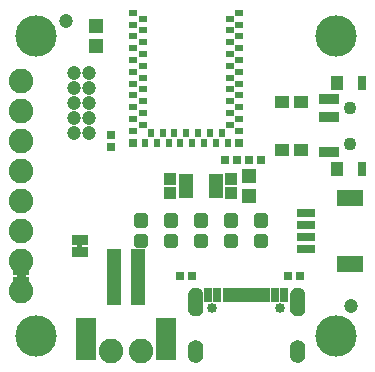
<source format=gts>
G75*
%MOIN*%
%OFA0B0*%
%FSLAX25Y25*%
%IPPOS*%
%LPD*%
%AMOC8*
5,1,8,0,0,1.08239X$1,22.5*
%
%ADD10C,0.13800*%
%ADD11C,0.01990*%
%ADD12C,0.04737*%
%ADD13R,0.04737X0.07887*%
%ADD14R,0.04343X0.04146*%
%ADD15R,0.03162X0.02375*%
%ADD16R,0.03162X0.03162*%
%ADD17R,0.02375X0.03162*%
%ADD18R,0.04737X0.05131*%
%ADD19R,0.04737X0.04343*%
%ADD20R,0.08674X0.05524*%
%ADD21R,0.06115X0.03162*%
%ADD22R,0.04737X0.18910*%
%ADD23R,0.07099X0.14186*%
%ADD24C,0.08200*%
%ADD25R,0.05800X0.03300*%
%ADD26C,0.00500*%
%ADD27R,0.06706X0.03556*%
%ADD28R,0.03162X0.04737*%
%ADD29R,0.03950X0.04737*%
%ADD30C,0.04343*%
%ADD31R,0.01981X0.04737*%
%ADD32C,0.03359*%
%ADD33C,0.00039*%
D10*
X0161588Y0085000D03*
X0261588Y0085000D03*
X0261588Y0185000D03*
X0161588Y0185000D03*
D11*
X0195215Y0122080D02*
X0197961Y0122080D01*
X0195215Y0122080D02*
X0195215Y0124826D01*
X0197961Y0124826D01*
X0197961Y0122080D01*
X0197961Y0123970D02*
X0195215Y0123970D01*
X0205215Y0122080D02*
X0207961Y0122080D01*
X0205215Y0122080D02*
X0205215Y0124826D01*
X0207961Y0124826D01*
X0207961Y0122080D01*
X0207961Y0123970D02*
X0205215Y0123970D01*
X0215215Y0122080D02*
X0217961Y0122080D01*
X0215215Y0122080D02*
X0215215Y0124826D01*
X0217961Y0124826D01*
X0217961Y0122080D01*
X0217961Y0123970D02*
X0215215Y0123970D01*
X0225215Y0124826D02*
X0227961Y0124826D01*
X0227961Y0122080D01*
X0225215Y0122080D01*
X0225215Y0124826D01*
X0225215Y0123970D02*
X0227961Y0123970D01*
X0235215Y0124826D02*
X0237961Y0124826D01*
X0237961Y0122080D01*
X0235215Y0122080D01*
X0235215Y0124826D01*
X0235215Y0123970D02*
X0237961Y0123970D01*
X0237961Y0117920D02*
X0235215Y0117920D01*
X0237961Y0117920D02*
X0237961Y0115174D01*
X0235215Y0115174D01*
X0235215Y0117920D01*
X0235215Y0117064D02*
X0237961Y0117064D01*
X0227961Y0117920D02*
X0225215Y0117920D01*
X0227961Y0117920D02*
X0227961Y0115174D01*
X0225215Y0115174D01*
X0225215Y0117920D01*
X0225215Y0117064D02*
X0227961Y0117064D01*
X0217961Y0115174D02*
X0215215Y0115174D01*
X0215215Y0117920D01*
X0217961Y0117920D01*
X0217961Y0115174D01*
X0217961Y0117064D02*
X0215215Y0117064D01*
X0207961Y0115174D02*
X0205215Y0115174D01*
X0205215Y0117920D01*
X0207961Y0117920D01*
X0207961Y0115174D01*
X0207961Y0117064D02*
X0205215Y0117064D01*
X0197961Y0115174D02*
X0195215Y0115174D01*
X0195215Y0117920D01*
X0197961Y0117920D01*
X0197961Y0115174D01*
X0197961Y0117064D02*
X0195215Y0117064D01*
D12*
X0179088Y0152500D03*
X0174088Y0152500D03*
X0174088Y0157500D03*
X0179088Y0157500D03*
X0179088Y0162500D03*
X0174088Y0162500D03*
X0174088Y0167500D03*
X0179088Y0167500D03*
X0179088Y0172500D03*
X0174088Y0172500D03*
X0171588Y0190000D03*
X0266588Y0095000D03*
D13*
X0221510Y0135000D03*
X0211667Y0135000D03*
D14*
X0206088Y0132717D03*
X0206088Y0137283D03*
X0226588Y0137283D03*
X0226588Y0132717D03*
D15*
X0229305Y0153346D03*
X0226155Y0155315D03*
X0229305Y0157283D03*
X0226155Y0159252D03*
X0229305Y0161220D03*
X0226155Y0163189D03*
X0229305Y0165157D03*
X0226155Y0167126D03*
X0229305Y0169094D03*
X0226155Y0171063D03*
X0229305Y0173031D03*
X0226155Y0175000D03*
X0229305Y0176969D03*
X0226155Y0178937D03*
X0229305Y0180906D03*
X0226155Y0182874D03*
X0229305Y0184843D03*
X0226155Y0186811D03*
X0229305Y0188780D03*
X0226155Y0190748D03*
X0229305Y0192717D03*
X0197021Y0190748D03*
X0193872Y0188780D03*
X0197021Y0186811D03*
X0193872Y0184843D03*
X0197021Y0182874D03*
X0193872Y0180906D03*
X0197021Y0178937D03*
X0193872Y0176969D03*
X0197021Y0175000D03*
X0193872Y0173031D03*
X0197021Y0171063D03*
X0193872Y0169094D03*
X0197021Y0167126D03*
X0193872Y0165157D03*
X0197021Y0163189D03*
X0193872Y0161220D03*
X0197021Y0159252D03*
X0193872Y0157283D03*
X0197021Y0155315D03*
X0193872Y0153346D03*
X0193872Y0192717D03*
D16*
X0186588Y0151969D03*
X0186588Y0148031D03*
X0193872Y0149409D03*
X0224620Y0143500D03*
X0228557Y0143500D03*
X0232620Y0143500D03*
X0236557Y0143500D03*
X0229305Y0149409D03*
X0213557Y0105000D03*
X0209620Y0105000D03*
X0245620Y0105000D03*
X0249557Y0105000D03*
D17*
X0225368Y0149409D03*
X0223399Y0152559D03*
X0221431Y0149409D03*
X0219462Y0152559D03*
X0217494Y0149409D03*
X0215525Y0152559D03*
X0213557Y0149409D03*
X0211588Y0152559D03*
X0209620Y0149409D03*
X0207651Y0152559D03*
X0205683Y0149409D03*
X0203714Y0152559D03*
X0201746Y0149409D03*
X0199777Y0152559D03*
X0197809Y0149409D03*
D18*
X0232588Y0138346D03*
X0232588Y0131654D03*
X0181588Y0181654D03*
X0181588Y0188346D03*
D19*
X0243439Y0163071D03*
X0249738Y0163071D03*
X0249738Y0146929D03*
X0243439Y0146929D03*
D20*
X0266057Y0131024D03*
X0266057Y0108976D03*
D21*
X0251588Y0114094D03*
X0251588Y0118031D03*
X0251588Y0121969D03*
X0251588Y0125906D03*
D22*
X0195525Y0104567D03*
X0187651Y0104567D03*
D23*
X0178203Y0084094D03*
X0204974Y0084094D03*
D24*
X0196588Y0080000D03*
X0186588Y0080000D03*
X0156588Y0100000D03*
X0156588Y0110000D03*
X0156588Y0120000D03*
X0156588Y0130000D03*
X0156588Y0140000D03*
X0156588Y0150000D03*
X0156588Y0160000D03*
X0156588Y0170000D03*
D25*
X0176088Y0117000D03*
X0176088Y0113000D03*
X0156588Y0107000D03*
X0156588Y0103000D03*
D26*
X0157688Y0104250D02*
X0155488Y0104250D01*
X0155488Y0105750D01*
X0157688Y0105750D01*
X0157688Y0104250D01*
X0157688Y0104412D02*
X0155488Y0104412D01*
X0155488Y0104911D02*
X0157688Y0104911D01*
X0157688Y0105409D02*
X0155488Y0105409D01*
X0175588Y0114250D02*
X0176588Y0114250D01*
X0176588Y0115750D01*
X0175588Y0115750D01*
X0175588Y0114250D01*
X0175588Y0114382D02*
X0176588Y0114382D01*
X0176588Y0114881D02*
X0175588Y0114881D01*
X0175588Y0115379D02*
X0176588Y0115379D01*
D27*
X0259199Y0146142D03*
X0259199Y0157953D03*
X0259199Y0163858D03*
D28*
X0270025Y0169370D03*
X0270025Y0140630D03*
X0244285Y0098661D03*
X0241234Y0098661D03*
X0221943Y0098661D03*
X0218892Y0098661D03*
D29*
X0261758Y0140630D03*
X0261758Y0169370D03*
D30*
X0266088Y0160906D03*
X0266088Y0149094D03*
D31*
X0238478Y0098661D03*
X0236510Y0098661D03*
X0234541Y0098661D03*
X0232573Y0098661D03*
X0230604Y0098661D03*
X0228636Y0098661D03*
X0226667Y0098661D03*
X0224699Y0098661D03*
D32*
X0220210Y0094311D03*
X0242966Y0094311D03*
D33*
X0246234Y0094320D02*
X0250958Y0094320D01*
X0250958Y0094357D02*
X0246234Y0094357D01*
X0246234Y0094395D02*
X0250958Y0094395D01*
X0250958Y0094433D02*
X0246234Y0094433D01*
X0246234Y0094471D02*
X0250958Y0094471D01*
X0250958Y0094509D02*
X0246234Y0094509D01*
X0246234Y0094547D02*
X0250958Y0094547D01*
X0250958Y0094585D02*
X0246234Y0094585D01*
X0246234Y0094623D02*
X0250958Y0094623D01*
X0250958Y0094660D02*
X0246234Y0094660D01*
X0246234Y0094698D02*
X0250958Y0094698D01*
X0250958Y0094736D02*
X0246234Y0094736D01*
X0246234Y0094774D02*
X0250958Y0094774D01*
X0250958Y0094812D02*
X0246234Y0094812D01*
X0246234Y0094850D02*
X0250958Y0094850D01*
X0250958Y0094888D02*
X0246234Y0094888D01*
X0246234Y0094926D02*
X0250958Y0094926D01*
X0250958Y0094963D02*
X0246234Y0094963D01*
X0246234Y0095001D02*
X0250958Y0095001D01*
X0250958Y0095039D02*
X0246234Y0095039D01*
X0246234Y0095077D02*
X0250958Y0095077D01*
X0250958Y0095115D02*
X0246234Y0095115D01*
X0246234Y0095153D02*
X0250958Y0095153D01*
X0250958Y0095191D02*
X0246234Y0095191D01*
X0246234Y0095229D02*
X0250958Y0095229D01*
X0250958Y0095267D02*
X0246234Y0095267D01*
X0246234Y0095304D02*
X0250958Y0095304D01*
X0250958Y0095342D02*
X0246234Y0095342D01*
X0246234Y0095380D02*
X0250958Y0095380D01*
X0250958Y0095418D02*
X0246234Y0095418D01*
X0246234Y0095456D02*
X0250958Y0095456D01*
X0250958Y0095494D02*
X0246234Y0095494D01*
X0246234Y0095532D02*
X0250958Y0095532D01*
X0250958Y0095570D02*
X0246234Y0095570D01*
X0246234Y0095607D02*
X0250958Y0095607D01*
X0250958Y0095645D02*
X0246234Y0095645D01*
X0246234Y0095683D02*
X0250958Y0095683D01*
X0250958Y0095721D02*
X0246234Y0095721D01*
X0246234Y0095759D02*
X0250958Y0095759D01*
X0250958Y0095797D02*
X0246234Y0095797D01*
X0246234Y0095835D02*
X0250958Y0095835D01*
X0250958Y0095873D02*
X0246234Y0095873D01*
X0246234Y0095911D02*
X0250958Y0095911D01*
X0250958Y0095948D02*
X0246234Y0095948D01*
X0246234Y0095986D02*
X0250958Y0095986D01*
X0250958Y0096024D02*
X0246234Y0096024D01*
X0246234Y0096062D02*
X0250958Y0096062D01*
X0250958Y0096100D02*
X0246234Y0096100D01*
X0246234Y0096138D02*
X0250958Y0096138D01*
X0250958Y0096176D02*
X0246234Y0096176D01*
X0246234Y0096214D02*
X0250958Y0096214D01*
X0250958Y0096251D02*
X0246234Y0096251D01*
X0246234Y0096289D02*
X0250958Y0096289D01*
X0250958Y0096327D02*
X0246234Y0096327D01*
X0246234Y0096365D02*
X0250958Y0096365D01*
X0250958Y0096403D02*
X0246234Y0096403D01*
X0246234Y0096441D02*
X0250958Y0096441D01*
X0250958Y0096479D02*
X0246234Y0096479D01*
X0246234Y0096517D02*
X0250958Y0096517D01*
X0250958Y0096555D02*
X0246234Y0096555D01*
X0246234Y0096592D02*
X0250958Y0096592D01*
X0250958Y0096630D02*
X0246234Y0096630D01*
X0246234Y0096668D02*
X0250958Y0096668D01*
X0250958Y0096706D02*
X0246234Y0096706D01*
X0246234Y0096744D02*
X0250958Y0096744D01*
X0250958Y0096782D02*
X0246234Y0096782D01*
X0246234Y0096820D02*
X0250958Y0096820D01*
X0250958Y0096858D02*
X0246234Y0096858D01*
X0246234Y0096895D02*
X0250958Y0096895D01*
X0250958Y0096933D02*
X0246234Y0096933D01*
X0246234Y0096971D02*
X0250958Y0096971D01*
X0250958Y0097009D02*
X0246234Y0097009D01*
X0246234Y0097047D02*
X0250958Y0097047D01*
X0250958Y0097085D02*
X0246234Y0097085D01*
X0246234Y0097123D02*
X0250958Y0097123D01*
X0250958Y0097161D02*
X0246234Y0097161D01*
X0246234Y0097198D02*
X0250958Y0097198D01*
X0250958Y0097236D02*
X0246234Y0097236D01*
X0246234Y0097274D02*
X0250958Y0097274D01*
X0250958Y0097312D02*
X0246234Y0097312D01*
X0246234Y0097350D02*
X0250958Y0097350D01*
X0250958Y0097388D02*
X0246234Y0097388D01*
X0246234Y0097426D02*
X0250958Y0097426D01*
X0250958Y0097464D02*
X0246234Y0097464D01*
X0246234Y0097502D02*
X0250958Y0097502D01*
X0250958Y0097539D02*
X0246234Y0097539D01*
X0246234Y0097577D02*
X0250958Y0097577D01*
X0250958Y0097615D02*
X0246234Y0097615D01*
X0246234Y0097653D02*
X0250958Y0097653D01*
X0250958Y0097691D02*
X0246234Y0097691D01*
X0246234Y0097729D02*
X0250958Y0097729D01*
X0250958Y0097767D02*
X0246234Y0097767D01*
X0246234Y0097805D02*
X0250958Y0097805D01*
X0250958Y0097842D02*
X0246234Y0097842D01*
X0246234Y0097880D02*
X0250958Y0097880D01*
X0250958Y0097918D02*
X0246234Y0097918D01*
X0246234Y0097956D02*
X0250958Y0097956D01*
X0250958Y0097994D02*
X0246234Y0097994D01*
X0246234Y0098032D02*
X0250958Y0098032D01*
X0250958Y0098070D02*
X0246234Y0098070D01*
X0246234Y0098108D02*
X0250958Y0098108D01*
X0250958Y0098146D02*
X0246234Y0098146D01*
X0246234Y0098183D02*
X0250958Y0098183D01*
X0250958Y0098221D02*
X0246234Y0098221D01*
X0246234Y0098259D02*
X0250958Y0098259D01*
X0250958Y0098297D02*
X0246234Y0098297D01*
X0246234Y0098335D02*
X0250958Y0098335D01*
X0250958Y0098373D02*
X0246234Y0098373D01*
X0246234Y0098411D02*
X0250958Y0098411D01*
X0250958Y0098449D02*
X0246234Y0098449D01*
X0246234Y0098486D02*
X0250958Y0098486D01*
X0250958Y0098524D02*
X0246234Y0098524D01*
X0246234Y0098562D02*
X0250958Y0098562D01*
X0250958Y0098600D02*
X0246234Y0098600D01*
X0246234Y0098638D02*
X0250958Y0098638D01*
X0250958Y0098676D02*
X0246234Y0098676D01*
X0246234Y0098714D02*
X0250958Y0098714D01*
X0250958Y0098740D02*
X0250958Y0094016D01*
X0250878Y0093517D01*
X0250688Y0093049D01*
X0250399Y0092634D01*
X0250025Y0092294D01*
X0249585Y0092046D01*
X0249101Y0091902D01*
X0248596Y0091870D01*
X0248092Y0091902D01*
X0247608Y0092046D01*
X0247167Y0092294D01*
X0246793Y0092634D01*
X0246504Y0093049D01*
X0246315Y0093517D01*
X0246234Y0094016D01*
X0246234Y0098740D01*
X0246295Y0099182D01*
X0246441Y0099603D01*
X0246666Y0099988D01*
X0246963Y0100322D01*
X0247318Y0100591D01*
X0247719Y0100786D01*
X0248151Y0100899D01*
X0248596Y0100925D01*
X0249042Y0100899D01*
X0249473Y0100786D01*
X0249874Y0100591D01*
X0250230Y0100322D01*
X0250526Y0099988D01*
X0250752Y0099603D01*
X0250898Y0099182D01*
X0250958Y0098740D01*
X0250957Y0098752D02*
X0246236Y0098752D01*
X0246241Y0098790D02*
X0250952Y0098790D01*
X0250946Y0098827D02*
X0246246Y0098827D01*
X0246251Y0098865D02*
X0250941Y0098865D01*
X0250936Y0098903D02*
X0246257Y0098903D01*
X0246262Y0098941D02*
X0250931Y0098941D01*
X0250926Y0098979D02*
X0246267Y0098979D01*
X0246272Y0099017D02*
X0250920Y0099017D01*
X0250915Y0099055D02*
X0246277Y0099055D01*
X0246283Y0099093D02*
X0250910Y0099093D01*
X0250905Y0099130D02*
X0246288Y0099130D01*
X0246293Y0099168D02*
X0250899Y0099168D01*
X0250889Y0099206D02*
X0246303Y0099206D01*
X0246317Y0099244D02*
X0250876Y0099244D01*
X0250863Y0099282D02*
X0246330Y0099282D01*
X0246343Y0099320D02*
X0250850Y0099320D01*
X0250837Y0099358D02*
X0246356Y0099358D01*
X0246369Y0099396D02*
X0250824Y0099396D01*
X0250810Y0099434D02*
X0246382Y0099434D01*
X0246395Y0099471D02*
X0250797Y0099471D01*
X0250784Y0099509D02*
X0246408Y0099509D01*
X0246422Y0099547D02*
X0250771Y0099547D01*
X0250758Y0099585D02*
X0246435Y0099585D01*
X0246452Y0099623D02*
X0250740Y0099623D01*
X0250718Y0099661D02*
X0246475Y0099661D01*
X0246497Y0099699D02*
X0250696Y0099699D01*
X0250674Y0099737D02*
X0246519Y0099737D01*
X0246541Y0099774D02*
X0250651Y0099774D01*
X0250629Y0099812D02*
X0246563Y0099812D01*
X0246586Y0099850D02*
X0250607Y0099850D01*
X0250585Y0099888D02*
X0246608Y0099888D01*
X0246630Y0099926D02*
X0250563Y0099926D01*
X0250540Y0099964D02*
X0246652Y0099964D01*
X0246678Y0100002D02*
X0250514Y0100002D01*
X0250481Y0100040D02*
X0246712Y0100040D01*
X0246746Y0100077D02*
X0250447Y0100077D01*
X0250413Y0100115D02*
X0246779Y0100115D01*
X0246813Y0100153D02*
X0250380Y0100153D01*
X0250346Y0100191D02*
X0246847Y0100191D01*
X0246880Y0100229D02*
X0250312Y0100229D01*
X0250279Y0100267D02*
X0246914Y0100267D01*
X0246947Y0100305D02*
X0250245Y0100305D01*
X0250203Y0100343D02*
X0246990Y0100343D01*
X0247040Y0100381D02*
X0250153Y0100381D01*
X0250103Y0100418D02*
X0247090Y0100418D01*
X0247140Y0100456D02*
X0250053Y0100456D01*
X0250002Y0100494D02*
X0247190Y0100494D01*
X0247240Y0100532D02*
X0249952Y0100532D01*
X0249902Y0100570D02*
X0247290Y0100570D01*
X0247352Y0100608D02*
X0249840Y0100608D01*
X0249762Y0100646D02*
X0247430Y0100646D01*
X0247508Y0100684D02*
X0249684Y0100684D01*
X0249606Y0100721D02*
X0247586Y0100721D01*
X0247665Y0100759D02*
X0249528Y0100759D01*
X0249430Y0100797D02*
X0247762Y0100797D01*
X0247907Y0100835D02*
X0249285Y0100835D01*
X0249140Y0100873D02*
X0248052Y0100873D01*
X0248355Y0100911D02*
X0248838Y0100911D01*
X0250958Y0094282D02*
X0246234Y0094282D01*
X0246234Y0094244D02*
X0250958Y0094244D01*
X0250958Y0094206D02*
X0246234Y0094206D01*
X0246234Y0094168D02*
X0250958Y0094168D01*
X0250958Y0094130D02*
X0246234Y0094130D01*
X0246234Y0094092D02*
X0250958Y0094092D01*
X0250958Y0094054D02*
X0246234Y0094054D01*
X0246234Y0094016D02*
X0250958Y0094016D01*
X0250952Y0093979D02*
X0246240Y0093979D01*
X0246246Y0093941D02*
X0250946Y0093941D01*
X0250940Y0093903D02*
X0246252Y0093903D01*
X0246258Y0093865D02*
X0250934Y0093865D01*
X0250928Y0093827D02*
X0246265Y0093827D01*
X0246271Y0093789D02*
X0250922Y0093789D01*
X0250916Y0093751D02*
X0246277Y0093751D01*
X0246283Y0093713D02*
X0250910Y0093713D01*
X0250904Y0093676D02*
X0246289Y0093676D01*
X0246295Y0093638D02*
X0250897Y0093638D01*
X0250891Y0093600D02*
X0246301Y0093600D01*
X0246307Y0093562D02*
X0250885Y0093562D01*
X0250879Y0093524D02*
X0246314Y0093524D01*
X0246327Y0093486D02*
X0250865Y0093486D01*
X0250850Y0093448D02*
X0246342Y0093448D01*
X0246358Y0093410D02*
X0250835Y0093410D01*
X0250819Y0093372D02*
X0246373Y0093372D01*
X0246388Y0093335D02*
X0250804Y0093335D01*
X0250789Y0093297D02*
X0246404Y0093297D01*
X0246419Y0093259D02*
X0250773Y0093259D01*
X0250758Y0093221D02*
X0246434Y0093221D01*
X0246450Y0093183D02*
X0250743Y0093183D01*
X0250727Y0093145D02*
X0246465Y0093145D01*
X0246480Y0093107D02*
X0250712Y0093107D01*
X0250697Y0093069D02*
X0246496Y0093069D01*
X0246516Y0093032D02*
X0250676Y0093032D01*
X0250650Y0092994D02*
X0246543Y0092994D01*
X0246569Y0092956D02*
X0250624Y0092956D01*
X0250597Y0092918D02*
X0246595Y0092918D01*
X0246622Y0092880D02*
X0250571Y0092880D01*
X0250544Y0092842D02*
X0246648Y0092842D01*
X0246675Y0092804D02*
X0250518Y0092804D01*
X0250492Y0092766D02*
X0246701Y0092766D01*
X0246727Y0092728D02*
X0250465Y0092728D01*
X0250439Y0092691D02*
X0246754Y0092691D01*
X0246780Y0092653D02*
X0250412Y0092653D01*
X0250378Y0092615D02*
X0246814Y0092615D01*
X0246856Y0092577D02*
X0250336Y0092577D01*
X0250295Y0092539D02*
X0246898Y0092539D01*
X0246940Y0092501D02*
X0250253Y0092501D01*
X0250211Y0092463D02*
X0246981Y0092463D01*
X0247023Y0092425D02*
X0250170Y0092425D01*
X0250128Y0092388D02*
X0247065Y0092388D01*
X0247106Y0092350D02*
X0250086Y0092350D01*
X0250044Y0092312D02*
X0247148Y0092312D01*
X0247204Y0092274D02*
X0249989Y0092274D01*
X0249922Y0092236D02*
X0247271Y0092236D01*
X0247338Y0092198D02*
X0249855Y0092198D01*
X0249787Y0092160D02*
X0247405Y0092160D01*
X0247473Y0092122D02*
X0249720Y0092122D01*
X0249653Y0092085D02*
X0247540Y0092085D01*
X0247607Y0092047D02*
X0249586Y0092047D01*
X0249458Y0092009D02*
X0247734Y0092009D01*
X0247862Y0091971D02*
X0249331Y0091971D01*
X0249203Y0091933D02*
X0247989Y0091933D01*
X0248207Y0091895D02*
X0248986Y0091895D01*
X0248596Y0083484D02*
X0249059Y0083437D01*
X0249503Y0083300D01*
X0249912Y0083079D01*
X0250271Y0082783D01*
X0250564Y0082422D01*
X0250782Y0082011D01*
X0250915Y0081565D01*
X0250958Y0081102D01*
X0250958Y0078740D01*
X0250911Y0078281D01*
X0250776Y0077841D01*
X0246429Y0077841D01*
X0246442Y0077803D02*
X0250755Y0077803D01*
X0250735Y0077765D02*
X0246455Y0077765D01*
X0246469Y0077727D02*
X0250715Y0077727D01*
X0250694Y0077690D02*
X0246491Y0077690D01*
X0246471Y0077720D02*
X0246295Y0078217D01*
X0246234Y0078740D01*
X0246234Y0081102D01*
X0246291Y0081630D01*
X0246465Y0082133D01*
X0246745Y0082583D01*
X0247119Y0082961D01*
X0247568Y0083245D01*
X0248069Y0083423D01*
X0248596Y0083484D01*
X0248282Y0083448D02*
X0248954Y0083448D01*
X0249147Y0083410D02*
X0248032Y0083410D01*
X0247925Y0083372D02*
X0249270Y0083372D01*
X0249393Y0083334D02*
X0247819Y0083334D01*
X0247712Y0083296D02*
X0249510Y0083296D01*
X0249581Y0083258D02*
X0247605Y0083258D01*
X0247529Y0083220D02*
X0249651Y0083220D01*
X0249721Y0083182D02*
X0247469Y0083182D01*
X0247409Y0083145D02*
X0249791Y0083145D01*
X0249861Y0083107D02*
X0247350Y0083107D01*
X0247290Y0083069D02*
X0249925Y0083069D01*
X0249971Y0083031D02*
X0247230Y0083031D01*
X0247171Y0082993D02*
X0250016Y0082993D01*
X0250062Y0082955D02*
X0247114Y0082955D01*
X0247076Y0082917D02*
X0250108Y0082917D01*
X0250154Y0082879D02*
X0247039Y0082879D01*
X0247001Y0082841D02*
X0250200Y0082841D01*
X0250245Y0082804D02*
X0246964Y0082804D01*
X0246926Y0082766D02*
X0250284Y0082766D01*
X0250315Y0082728D02*
X0246889Y0082728D01*
X0246851Y0082690D02*
X0250346Y0082690D01*
X0250377Y0082652D02*
X0246813Y0082652D01*
X0246776Y0082614D02*
X0250408Y0082614D01*
X0250439Y0082576D02*
X0246741Y0082576D01*
X0246717Y0082538D02*
X0250469Y0082538D01*
X0250500Y0082501D02*
X0246694Y0082501D01*
X0246670Y0082463D02*
X0250531Y0082463D01*
X0250562Y0082425D02*
X0246647Y0082425D01*
X0246623Y0082387D02*
X0250583Y0082387D01*
X0250603Y0082349D02*
X0246599Y0082349D01*
X0246576Y0082311D02*
X0250623Y0082311D01*
X0250643Y0082273D02*
X0246552Y0082273D01*
X0246529Y0082235D02*
X0250663Y0082235D01*
X0250683Y0082197D02*
X0246505Y0082197D01*
X0246482Y0082160D02*
X0250703Y0082160D01*
X0250723Y0082122D02*
X0246461Y0082122D01*
X0246448Y0082084D02*
X0250743Y0082084D01*
X0250763Y0082046D02*
X0246435Y0082046D01*
X0246422Y0082008D02*
X0250783Y0082008D01*
X0250794Y0081970D02*
X0246409Y0081970D01*
X0246396Y0081932D02*
X0250805Y0081932D01*
X0250816Y0081894D02*
X0246382Y0081894D01*
X0246369Y0081857D02*
X0250828Y0081857D01*
X0250839Y0081819D02*
X0246356Y0081819D01*
X0246343Y0081781D02*
X0250850Y0081781D01*
X0250862Y0081743D02*
X0246330Y0081743D01*
X0246317Y0081705D02*
X0250873Y0081705D01*
X0250884Y0081667D02*
X0246304Y0081667D01*
X0246291Y0081629D02*
X0250896Y0081629D01*
X0250907Y0081591D02*
X0246287Y0081591D01*
X0246283Y0081553D02*
X0250916Y0081553D01*
X0250920Y0081516D02*
X0246279Y0081516D01*
X0246275Y0081478D02*
X0250923Y0081478D01*
X0250927Y0081440D02*
X0246271Y0081440D01*
X0246267Y0081402D02*
X0250930Y0081402D01*
X0250934Y0081364D02*
X0246262Y0081364D01*
X0246258Y0081326D02*
X0250937Y0081326D01*
X0250941Y0081288D02*
X0246254Y0081288D01*
X0246250Y0081250D02*
X0250945Y0081250D01*
X0250948Y0081213D02*
X0246246Y0081213D01*
X0246242Y0081175D02*
X0250952Y0081175D01*
X0250955Y0081137D02*
X0246238Y0081137D01*
X0246234Y0081099D02*
X0250958Y0081099D01*
X0250958Y0081061D02*
X0246234Y0081061D01*
X0246234Y0081023D02*
X0250958Y0081023D01*
X0250958Y0080985D02*
X0246234Y0080985D01*
X0246234Y0080947D02*
X0250958Y0080947D01*
X0250958Y0080909D02*
X0246234Y0080909D01*
X0246234Y0080872D02*
X0250958Y0080872D01*
X0250958Y0080834D02*
X0246234Y0080834D01*
X0246234Y0080796D02*
X0250958Y0080796D01*
X0250958Y0080758D02*
X0246234Y0080758D01*
X0246234Y0080720D02*
X0250958Y0080720D01*
X0250958Y0080682D02*
X0246234Y0080682D01*
X0246234Y0080644D02*
X0250958Y0080644D01*
X0250958Y0080606D02*
X0246234Y0080606D01*
X0246234Y0080569D02*
X0250958Y0080569D01*
X0250958Y0080531D02*
X0246234Y0080531D01*
X0246234Y0080493D02*
X0250958Y0080493D01*
X0250958Y0080455D02*
X0246234Y0080455D01*
X0246234Y0080417D02*
X0250958Y0080417D01*
X0250958Y0080379D02*
X0246234Y0080379D01*
X0246234Y0080341D02*
X0250958Y0080341D01*
X0250958Y0080303D02*
X0246234Y0080303D01*
X0246234Y0080266D02*
X0250958Y0080266D01*
X0250958Y0080228D02*
X0246234Y0080228D01*
X0246234Y0080190D02*
X0250958Y0080190D01*
X0250958Y0080152D02*
X0246234Y0080152D01*
X0246234Y0080114D02*
X0250958Y0080114D01*
X0250958Y0080076D02*
X0246234Y0080076D01*
X0246234Y0080038D02*
X0250958Y0080038D01*
X0250958Y0080000D02*
X0246234Y0080000D01*
X0246234Y0079962D02*
X0250958Y0079962D01*
X0250958Y0079925D02*
X0246234Y0079925D01*
X0246234Y0079887D02*
X0250958Y0079887D01*
X0250958Y0079849D02*
X0246234Y0079849D01*
X0246234Y0079811D02*
X0250958Y0079811D01*
X0250958Y0079773D02*
X0246234Y0079773D01*
X0246234Y0079735D02*
X0250958Y0079735D01*
X0250958Y0079697D02*
X0246234Y0079697D01*
X0246234Y0079659D02*
X0250958Y0079659D01*
X0250958Y0079622D02*
X0246234Y0079622D01*
X0246234Y0079584D02*
X0250958Y0079584D01*
X0250958Y0079546D02*
X0246234Y0079546D01*
X0246234Y0079508D02*
X0250958Y0079508D01*
X0250958Y0079470D02*
X0246234Y0079470D01*
X0246234Y0079432D02*
X0250958Y0079432D01*
X0250958Y0079394D02*
X0246234Y0079394D01*
X0246234Y0079356D02*
X0250958Y0079356D01*
X0250958Y0079318D02*
X0246234Y0079318D01*
X0246234Y0079281D02*
X0250958Y0079281D01*
X0250958Y0079243D02*
X0246234Y0079243D01*
X0246234Y0079205D02*
X0250958Y0079205D01*
X0250958Y0079167D02*
X0246234Y0079167D01*
X0246234Y0079129D02*
X0250958Y0079129D01*
X0250958Y0079091D02*
X0246234Y0079091D01*
X0246234Y0079053D02*
X0250958Y0079053D01*
X0250958Y0079015D02*
X0246234Y0079015D01*
X0246234Y0078978D02*
X0250958Y0078978D01*
X0250958Y0078940D02*
X0246234Y0078940D01*
X0246234Y0078902D02*
X0250958Y0078902D01*
X0250958Y0078864D02*
X0246234Y0078864D01*
X0246234Y0078826D02*
X0250958Y0078826D01*
X0250958Y0078788D02*
X0246234Y0078788D01*
X0246234Y0078750D02*
X0250958Y0078750D01*
X0250956Y0078712D02*
X0246237Y0078712D01*
X0246242Y0078674D02*
X0250952Y0078674D01*
X0250948Y0078637D02*
X0246246Y0078637D01*
X0246251Y0078599D02*
X0250944Y0078599D01*
X0250940Y0078561D02*
X0246255Y0078561D01*
X0246259Y0078523D02*
X0250936Y0078523D01*
X0250932Y0078485D02*
X0246264Y0078485D01*
X0246268Y0078447D02*
X0250928Y0078447D01*
X0250925Y0078409D02*
X0246273Y0078409D01*
X0246277Y0078371D02*
X0250921Y0078371D01*
X0250917Y0078334D02*
X0246282Y0078334D01*
X0246286Y0078296D02*
X0250913Y0078296D01*
X0250904Y0078258D02*
X0246290Y0078258D01*
X0246295Y0078220D02*
X0250892Y0078220D01*
X0250881Y0078182D02*
X0246308Y0078182D01*
X0246321Y0078144D02*
X0250869Y0078144D01*
X0250857Y0078106D02*
X0246335Y0078106D01*
X0246348Y0078068D02*
X0250846Y0078068D01*
X0250834Y0078031D02*
X0246361Y0078031D01*
X0246375Y0077993D02*
X0250822Y0077993D01*
X0250811Y0077955D02*
X0246388Y0077955D01*
X0246402Y0077917D02*
X0250799Y0077917D01*
X0250787Y0077879D02*
X0246415Y0077879D01*
X0246471Y0077720D02*
X0246753Y0077276D01*
X0247127Y0076905D01*
X0247575Y0076626D01*
X0248073Y0076454D01*
X0248596Y0076398D01*
X0249055Y0076441D01*
X0249497Y0076573D01*
X0249905Y0076789D01*
X0250263Y0077080D01*
X0250557Y0077435D01*
X0250776Y0077841D01*
X0250674Y0077652D02*
X0246515Y0077652D01*
X0246539Y0077614D02*
X0250653Y0077614D01*
X0250633Y0077576D02*
X0246563Y0077576D01*
X0246587Y0077538D02*
X0250612Y0077538D01*
X0250592Y0077500D02*
X0246611Y0077500D01*
X0246635Y0077462D02*
X0250571Y0077462D01*
X0250548Y0077424D02*
X0246659Y0077424D01*
X0246683Y0077387D02*
X0250517Y0077387D01*
X0250485Y0077349D02*
X0246707Y0077349D01*
X0246731Y0077311D02*
X0250454Y0077311D01*
X0250422Y0077273D02*
X0246756Y0077273D01*
X0246794Y0077235D02*
X0250391Y0077235D01*
X0250360Y0077197D02*
X0246833Y0077197D01*
X0246871Y0077159D02*
X0250328Y0077159D01*
X0250297Y0077121D02*
X0246909Y0077121D01*
X0246947Y0077083D02*
X0250266Y0077083D01*
X0250221Y0077046D02*
X0246985Y0077046D01*
X0247024Y0077008D02*
X0250174Y0077008D01*
X0250128Y0076970D02*
X0247062Y0076970D01*
X0247100Y0076932D02*
X0250081Y0076932D01*
X0250034Y0076894D02*
X0247145Y0076894D01*
X0247205Y0076856D02*
X0249988Y0076856D01*
X0249941Y0076818D02*
X0247266Y0076818D01*
X0247327Y0076780D02*
X0249889Y0076780D01*
X0249818Y0076743D02*
X0247388Y0076743D01*
X0247449Y0076705D02*
X0249746Y0076705D01*
X0249675Y0076667D02*
X0247510Y0076667D01*
X0247571Y0076629D02*
X0249603Y0076629D01*
X0249531Y0076591D02*
X0247677Y0076591D01*
X0247787Y0076553D02*
X0249431Y0076553D01*
X0249304Y0076515D02*
X0247896Y0076515D01*
X0248006Y0076477D02*
X0249177Y0076477D01*
X0249040Y0076439D02*
X0248210Y0076439D01*
X0248560Y0076402D02*
X0248638Y0076402D01*
X0216943Y0078740D02*
X0216896Y0078281D01*
X0216760Y0077841D01*
X0212413Y0077841D01*
X0212426Y0077803D02*
X0216740Y0077803D01*
X0216760Y0077841D02*
X0216541Y0077435D01*
X0216247Y0077080D01*
X0215889Y0076789D01*
X0215481Y0076573D01*
X0215040Y0076441D01*
X0214581Y0076398D01*
X0214057Y0076454D01*
X0213559Y0076626D01*
X0213112Y0076905D01*
X0212738Y0077276D01*
X0212456Y0077720D01*
X0212280Y0078217D01*
X0212218Y0078740D01*
X0212218Y0081102D01*
X0212276Y0081630D01*
X0212449Y0082133D01*
X0212730Y0082583D01*
X0213104Y0082961D01*
X0213552Y0083245D01*
X0214053Y0083423D01*
X0214581Y0083484D01*
X0215043Y0083437D01*
X0215488Y0083300D01*
X0215897Y0083079D01*
X0216255Y0082783D01*
X0216548Y0082422D01*
X0216766Y0082011D01*
X0216899Y0081565D01*
X0216943Y0081102D01*
X0216943Y0078740D01*
X0216943Y0078750D02*
X0212218Y0078750D01*
X0212222Y0078712D02*
X0216940Y0078712D01*
X0216936Y0078674D02*
X0212226Y0078674D01*
X0212230Y0078637D02*
X0216932Y0078637D01*
X0216928Y0078599D02*
X0212235Y0078599D01*
X0212239Y0078561D02*
X0216924Y0078561D01*
X0216920Y0078523D02*
X0212244Y0078523D01*
X0212248Y0078485D02*
X0216917Y0078485D01*
X0216913Y0078447D02*
X0212253Y0078447D01*
X0212257Y0078409D02*
X0216909Y0078409D01*
X0216905Y0078371D02*
X0212261Y0078371D01*
X0212266Y0078334D02*
X0216901Y0078334D01*
X0216897Y0078296D02*
X0212270Y0078296D01*
X0212275Y0078258D02*
X0216888Y0078258D01*
X0216877Y0078220D02*
X0212279Y0078220D01*
X0212292Y0078182D02*
X0216865Y0078182D01*
X0216853Y0078144D02*
X0212305Y0078144D01*
X0212319Y0078106D02*
X0216842Y0078106D01*
X0216830Y0078068D02*
X0212332Y0078068D01*
X0212346Y0078031D02*
X0216818Y0078031D01*
X0216807Y0077993D02*
X0212359Y0077993D01*
X0212372Y0077955D02*
X0216795Y0077955D01*
X0216783Y0077917D02*
X0212386Y0077917D01*
X0212399Y0077879D02*
X0216772Y0077879D01*
X0216719Y0077765D02*
X0212440Y0077765D01*
X0212453Y0077727D02*
X0216699Y0077727D01*
X0216678Y0077690D02*
X0212475Y0077690D01*
X0212499Y0077652D02*
X0216658Y0077652D01*
X0216637Y0077614D02*
X0212523Y0077614D01*
X0212547Y0077576D02*
X0216617Y0077576D01*
X0216597Y0077538D02*
X0212571Y0077538D01*
X0212595Y0077500D02*
X0216576Y0077500D01*
X0216556Y0077462D02*
X0212619Y0077462D01*
X0212643Y0077424D02*
X0216532Y0077424D01*
X0216501Y0077387D02*
X0212667Y0077387D01*
X0212691Y0077349D02*
X0216469Y0077349D01*
X0216438Y0077311D02*
X0212715Y0077311D01*
X0212740Y0077273D02*
X0216407Y0077273D01*
X0216375Y0077235D02*
X0212779Y0077235D01*
X0212817Y0077197D02*
X0216344Y0077197D01*
X0216313Y0077159D02*
X0212855Y0077159D01*
X0212893Y0077121D02*
X0216281Y0077121D01*
X0216250Y0077083D02*
X0212931Y0077083D01*
X0212970Y0077046D02*
X0216205Y0077046D01*
X0216158Y0077008D02*
X0213008Y0077008D01*
X0213046Y0076970D02*
X0216112Y0076970D01*
X0216065Y0076932D02*
X0213084Y0076932D01*
X0213129Y0076894D02*
X0216019Y0076894D01*
X0215972Y0076856D02*
X0213190Y0076856D01*
X0213251Y0076818D02*
X0215926Y0076818D01*
X0215874Y0076780D02*
X0213311Y0076780D01*
X0213372Y0076743D02*
X0215802Y0076743D01*
X0215730Y0076705D02*
X0213433Y0076705D01*
X0213494Y0076667D02*
X0215659Y0076667D01*
X0215587Y0076629D02*
X0213555Y0076629D01*
X0213661Y0076591D02*
X0215516Y0076591D01*
X0215415Y0076553D02*
X0213771Y0076553D01*
X0213881Y0076515D02*
X0215288Y0076515D01*
X0215162Y0076477D02*
X0213990Y0076477D01*
X0214195Y0076439D02*
X0215025Y0076439D01*
X0214623Y0076402D02*
X0214544Y0076402D01*
X0212218Y0078788D02*
X0216943Y0078788D01*
X0216943Y0078826D02*
X0212218Y0078826D01*
X0212218Y0078864D02*
X0216943Y0078864D01*
X0216943Y0078902D02*
X0212218Y0078902D01*
X0212218Y0078940D02*
X0216943Y0078940D01*
X0216943Y0078978D02*
X0212218Y0078978D01*
X0212218Y0079015D02*
X0216943Y0079015D01*
X0216943Y0079053D02*
X0212218Y0079053D01*
X0212218Y0079091D02*
X0216943Y0079091D01*
X0216943Y0079129D02*
X0212218Y0079129D01*
X0212218Y0079167D02*
X0216943Y0079167D01*
X0216943Y0079205D02*
X0212218Y0079205D01*
X0212218Y0079243D02*
X0216943Y0079243D01*
X0216943Y0079281D02*
X0212218Y0079281D01*
X0212218Y0079318D02*
X0216943Y0079318D01*
X0216943Y0079356D02*
X0212218Y0079356D01*
X0212218Y0079394D02*
X0216943Y0079394D01*
X0216943Y0079432D02*
X0212218Y0079432D01*
X0212218Y0079470D02*
X0216943Y0079470D01*
X0216943Y0079508D02*
X0212218Y0079508D01*
X0212218Y0079546D02*
X0216943Y0079546D01*
X0216943Y0079584D02*
X0212218Y0079584D01*
X0212218Y0079622D02*
X0216943Y0079622D01*
X0216943Y0079659D02*
X0212218Y0079659D01*
X0212218Y0079697D02*
X0216943Y0079697D01*
X0216943Y0079735D02*
X0212218Y0079735D01*
X0212218Y0079773D02*
X0216943Y0079773D01*
X0216943Y0079811D02*
X0212218Y0079811D01*
X0212218Y0079849D02*
X0216943Y0079849D01*
X0216943Y0079887D02*
X0212218Y0079887D01*
X0212218Y0079925D02*
X0216943Y0079925D01*
X0216943Y0079962D02*
X0212218Y0079962D01*
X0212218Y0080000D02*
X0216943Y0080000D01*
X0216943Y0080038D02*
X0212218Y0080038D01*
X0212218Y0080076D02*
X0216943Y0080076D01*
X0216943Y0080114D02*
X0212218Y0080114D01*
X0212218Y0080152D02*
X0216943Y0080152D01*
X0216943Y0080190D02*
X0212218Y0080190D01*
X0212218Y0080228D02*
X0216943Y0080228D01*
X0216943Y0080266D02*
X0212218Y0080266D01*
X0212218Y0080303D02*
X0216943Y0080303D01*
X0216943Y0080341D02*
X0212218Y0080341D01*
X0212218Y0080379D02*
X0216943Y0080379D01*
X0216943Y0080417D02*
X0212218Y0080417D01*
X0212218Y0080455D02*
X0216943Y0080455D01*
X0216943Y0080493D02*
X0212218Y0080493D01*
X0212218Y0080531D02*
X0216943Y0080531D01*
X0216943Y0080569D02*
X0212218Y0080569D01*
X0212218Y0080606D02*
X0216943Y0080606D01*
X0216943Y0080644D02*
X0212218Y0080644D01*
X0212218Y0080682D02*
X0216943Y0080682D01*
X0216943Y0080720D02*
X0212218Y0080720D01*
X0212218Y0080758D02*
X0216943Y0080758D01*
X0216943Y0080796D02*
X0212218Y0080796D01*
X0212218Y0080834D02*
X0216943Y0080834D01*
X0216943Y0080872D02*
X0212218Y0080872D01*
X0212218Y0080909D02*
X0216943Y0080909D01*
X0216943Y0080947D02*
X0212218Y0080947D01*
X0212218Y0080985D02*
X0216943Y0080985D01*
X0216943Y0081023D02*
X0212218Y0081023D01*
X0212218Y0081061D02*
X0216943Y0081061D01*
X0216943Y0081099D02*
X0212218Y0081099D01*
X0212222Y0081137D02*
X0216939Y0081137D01*
X0216936Y0081175D02*
X0212226Y0081175D01*
X0212230Y0081213D02*
X0216932Y0081213D01*
X0216929Y0081250D02*
X0212234Y0081250D01*
X0212238Y0081288D02*
X0216925Y0081288D01*
X0216922Y0081326D02*
X0212243Y0081326D01*
X0212247Y0081364D02*
X0216918Y0081364D01*
X0216914Y0081402D02*
X0212251Y0081402D01*
X0212255Y0081440D02*
X0216911Y0081440D01*
X0216907Y0081478D02*
X0212259Y0081478D01*
X0212263Y0081516D02*
X0216904Y0081516D01*
X0216900Y0081553D02*
X0212267Y0081553D01*
X0212271Y0081591D02*
X0216891Y0081591D01*
X0216880Y0081629D02*
X0212275Y0081629D01*
X0212288Y0081667D02*
X0216869Y0081667D01*
X0216857Y0081705D02*
X0212301Y0081705D01*
X0212314Y0081743D02*
X0216846Y0081743D01*
X0216835Y0081781D02*
X0212328Y0081781D01*
X0212341Y0081819D02*
X0216823Y0081819D01*
X0216812Y0081857D02*
X0212354Y0081857D01*
X0212367Y0081894D02*
X0216801Y0081894D01*
X0216789Y0081932D02*
X0212380Y0081932D01*
X0212393Y0081970D02*
X0216778Y0081970D01*
X0216767Y0082008D02*
X0212406Y0082008D01*
X0212419Y0082046D02*
X0216747Y0082046D01*
X0216727Y0082084D02*
X0212432Y0082084D01*
X0212445Y0082122D02*
X0216707Y0082122D01*
X0216687Y0082160D02*
X0212466Y0082160D01*
X0212489Y0082197D02*
X0216667Y0082197D01*
X0216647Y0082235D02*
X0212513Y0082235D01*
X0212537Y0082273D02*
X0216627Y0082273D01*
X0216607Y0082311D02*
X0212560Y0082311D01*
X0212584Y0082349D02*
X0216587Y0082349D01*
X0216567Y0082387D02*
X0212607Y0082387D01*
X0212631Y0082425D02*
X0216546Y0082425D01*
X0216515Y0082463D02*
X0212654Y0082463D01*
X0212678Y0082501D02*
X0216484Y0082501D01*
X0216454Y0082538D02*
X0212702Y0082538D01*
X0212725Y0082576D02*
X0216423Y0082576D01*
X0216392Y0082614D02*
X0212760Y0082614D01*
X0212798Y0082652D02*
X0216361Y0082652D01*
X0216330Y0082690D02*
X0212835Y0082690D01*
X0212873Y0082728D02*
X0216299Y0082728D01*
X0216269Y0082766D02*
X0212910Y0082766D01*
X0212948Y0082804D02*
X0216230Y0082804D01*
X0216184Y0082841D02*
X0212986Y0082841D01*
X0213023Y0082879D02*
X0216138Y0082879D01*
X0216092Y0082917D02*
X0213061Y0082917D01*
X0213098Y0082955D02*
X0216046Y0082955D01*
X0216001Y0082993D02*
X0213155Y0082993D01*
X0213215Y0083031D02*
X0215955Y0083031D01*
X0215909Y0083069D02*
X0213274Y0083069D01*
X0213334Y0083107D02*
X0215846Y0083107D01*
X0215775Y0083145D02*
X0213394Y0083145D01*
X0213453Y0083182D02*
X0215705Y0083182D01*
X0215635Y0083220D02*
X0213513Y0083220D01*
X0213589Y0083258D02*
X0215565Y0083258D01*
X0215495Y0083296D02*
X0213696Y0083296D01*
X0213803Y0083334D02*
X0215377Y0083334D01*
X0215254Y0083372D02*
X0213910Y0083372D01*
X0214017Y0083410D02*
X0215131Y0083410D01*
X0214938Y0083448D02*
X0214267Y0083448D01*
X0214581Y0091870D02*
X0214076Y0091902D01*
X0213592Y0092046D01*
X0213152Y0092294D01*
X0212778Y0092634D01*
X0212489Y0093049D01*
X0212299Y0093517D01*
X0212218Y0094016D01*
X0212218Y0098740D01*
X0212279Y0099182D01*
X0212425Y0099603D01*
X0212651Y0099988D01*
X0212947Y0100322D01*
X0213302Y0100591D01*
X0213704Y0100786D01*
X0214135Y0100899D01*
X0214581Y0100925D01*
X0215026Y0100899D01*
X0215457Y0100786D01*
X0215859Y0100591D01*
X0216214Y0100322D01*
X0216510Y0099988D01*
X0216736Y0099603D01*
X0216882Y0099182D01*
X0216943Y0098740D01*
X0216943Y0094016D01*
X0216862Y0093517D01*
X0216673Y0093049D01*
X0216384Y0092634D01*
X0216009Y0092294D01*
X0215569Y0092046D01*
X0215085Y0091902D01*
X0214581Y0091870D01*
X0214970Y0091895D02*
X0214191Y0091895D01*
X0213974Y0091933D02*
X0215187Y0091933D01*
X0215315Y0091971D02*
X0213846Y0091971D01*
X0213718Y0092009D02*
X0215443Y0092009D01*
X0215570Y0092047D02*
X0213591Y0092047D01*
X0213524Y0092085D02*
X0215637Y0092085D01*
X0215704Y0092122D02*
X0213457Y0092122D01*
X0213390Y0092160D02*
X0215772Y0092160D01*
X0215839Y0092198D02*
X0213322Y0092198D01*
X0213255Y0092236D02*
X0215906Y0092236D01*
X0215973Y0092274D02*
X0213188Y0092274D01*
X0213132Y0092312D02*
X0216029Y0092312D01*
X0216070Y0092350D02*
X0213091Y0092350D01*
X0213049Y0092388D02*
X0216112Y0092388D01*
X0216154Y0092425D02*
X0213007Y0092425D01*
X0212966Y0092463D02*
X0216196Y0092463D01*
X0216237Y0092501D02*
X0212924Y0092501D01*
X0212882Y0092539D02*
X0216279Y0092539D01*
X0216321Y0092577D02*
X0212840Y0092577D01*
X0212799Y0092615D02*
X0216362Y0092615D01*
X0216397Y0092653D02*
X0212765Y0092653D01*
X0212738Y0092691D02*
X0216423Y0092691D01*
X0216449Y0092728D02*
X0212712Y0092728D01*
X0212685Y0092766D02*
X0216476Y0092766D01*
X0216502Y0092804D02*
X0212659Y0092804D01*
X0212632Y0092842D02*
X0216529Y0092842D01*
X0216555Y0092880D02*
X0212606Y0092880D01*
X0212580Y0092918D02*
X0216581Y0092918D01*
X0216608Y0092956D02*
X0212553Y0092956D01*
X0212527Y0092994D02*
X0216634Y0092994D01*
X0216661Y0093032D02*
X0212500Y0093032D01*
X0212480Y0093069D02*
X0216681Y0093069D01*
X0216696Y0093107D02*
X0212465Y0093107D01*
X0212449Y0093145D02*
X0216712Y0093145D01*
X0216727Y0093183D02*
X0212434Y0093183D01*
X0212419Y0093221D02*
X0216742Y0093221D01*
X0216758Y0093259D02*
X0212403Y0093259D01*
X0212388Y0093297D02*
X0216773Y0093297D01*
X0216788Y0093335D02*
X0212373Y0093335D01*
X0212357Y0093372D02*
X0216804Y0093372D01*
X0216819Y0093410D02*
X0212342Y0093410D01*
X0212327Y0093448D02*
X0216834Y0093448D01*
X0216850Y0093486D02*
X0212311Y0093486D01*
X0212298Y0093524D02*
X0216863Y0093524D01*
X0216869Y0093562D02*
X0212292Y0093562D01*
X0212286Y0093600D02*
X0216876Y0093600D01*
X0216882Y0093638D02*
X0212279Y0093638D01*
X0212273Y0093676D02*
X0216888Y0093676D01*
X0216894Y0093713D02*
X0212267Y0093713D01*
X0212261Y0093751D02*
X0216900Y0093751D01*
X0216906Y0093789D02*
X0212255Y0093789D01*
X0212249Y0093827D02*
X0216912Y0093827D01*
X0216918Y0093865D02*
X0212243Y0093865D01*
X0212237Y0093903D02*
X0216924Y0093903D01*
X0216931Y0093941D02*
X0212230Y0093941D01*
X0212224Y0093979D02*
X0216937Y0093979D01*
X0216943Y0094016D02*
X0212218Y0094016D01*
X0212218Y0094054D02*
X0216943Y0094054D01*
X0216943Y0094092D02*
X0212218Y0094092D01*
X0212218Y0094130D02*
X0216943Y0094130D01*
X0216943Y0094168D02*
X0212218Y0094168D01*
X0212218Y0094206D02*
X0216943Y0094206D01*
X0216943Y0094244D02*
X0212218Y0094244D01*
X0212218Y0094282D02*
X0216943Y0094282D01*
X0216943Y0094320D02*
X0212218Y0094320D01*
X0212218Y0094357D02*
X0216943Y0094357D01*
X0216943Y0094395D02*
X0212218Y0094395D01*
X0212218Y0094433D02*
X0216943Y0094433D01*
X0216943Y0094471D02*
X0212218Y0094471D01*
X0212218Y0094509D02*
X0216943Y0094509D01*
X0216943Y0094547D02*
X0212218Y0094547D01*
X0212218Y0094585D02*
X0216943Y0094585D01*
X0216943Y0094623D02*
X0212218Y0094623D01*
X0212218Y0094660D02*
X0216943Y0094660D01*
X0216943Y0094698D02*
X0212218Y0094698D01*
X0212218Y0094736D02*
X0216943Y0094736D01*
X0216943Y0094774D02*
X0212218Y0094774D01*
X0212218Y0094812D02*
X0216943Y0094812D01*
X0216943Y0094850D02*
X0212218Y0094850D01*
X0212218Y0094888D02*
X0216943Y0094888D01*
X0216943Y0094926D02*
X0212218Y0094926D01*
X0212218Y0094963D02*
X0216943Y0094963D01*
X0216943Y0095001D02*
X0212218Y0095001D01*
X0212218Y0095039D02*
X0216943Y0095039D01*
X0216943Y0095077D02*
X0212218Y0095077D01*
X0212218Y0095115D02*
X0216943Y0095115D01*
X0216943Y0095153D02*
X0212218Y0095153D01*
X0212218Y0095191D02*
X0216943Y0095191D01*
X0216943Y0095229D02*
X0212218Y0095229D01*
X0212218Y0095267D02*
X0216943Y0095267D01*
X0216943Y0095304D02*
X0212218Y0095304D01*
X0212218Y0095342D02*
X0216943Y0095342D01*
X0216943Y0095380D02*
X0212218Y0095380D01*
X0212218Y0095418D02*
X0216943Y0095418D01*
X0216943Y0095456D02*
X0212218Y0095456D01*
X0212218Y0095494D02*
X0216943Y0095494D01*
X0216943Y0095532D02*
X0212218Y0095532D01*
X0212218Y0095570D02*
X0216943Y0095570D01*
X0216943Y0095607D02*
X0212218Y0095607D01*
X0212218Y0095645D02*
X0216943Y0095645D01*
X0216943Y0095683D02*
X0212218Y0095683D01*
X0212218Y0095721D02*
X0216943Y0095721D01*
X0216943Y0095759D02*
X0212218Y0095759D01*
X0212218Y0095797D02*
X0216943Y0095797D01*
X0216943Y0095835D02*
X0212218Y0095835D01*
X0212218Y0095873D02*
X0216943Y0095873D01*
X0216943Y0095911D02*
X0212218Y0095911D01*
X0212218Y0095948D02*
X0216943Y0095948D01*
X0216943Y0095986D02*
X0212218Y0095986D01*
X0212218Y0096024D02*
X0216943Y0096024D01*
X0216943Y0096062D02*
X0212218Y0096062D01*
X0212218Y0096100D02*
X0216943Y0096100D01*
X0216943Y0096138D02*
X0212218Y0096138D01*
X0212218Y0096176D02*
X0216943Y0096176D01*
X0216943Y0096214D02*
X0212218Y0096214D01*
X0212218Y0096251D02*
X0216943Y0096251D01*
X0216943Y0096289D02*
X0212218Y0096289D01*
X0212218Y0096327D02*
X0216943Y0096327D01*
X0216943Y0096365D02*
X0212218Y0096365D01*
X0212218Y0096403D02*
X0216943Y0096403D01*
X0216943Y0096441D02*
X0212218Y0096441D01*
X0212218Y0096479D02*
X0216943Y0096479D01*
X0216943Y0096517D02*
X0212218Y0096517D01*
X0212218Y0096555D02*
X0216943Y0096555D01*
X0216943Y0096592D02*
X0212218Y0096592D01*
X0212218Y0096630D02*
X0216943Y0096630D01*
X0216943Y0096668D02*
X0212218Y0096668D01*
X0212218Y0096706D02*
X0216943Y0096706D01*
X0216943Y0096744D02*
X0212218Y0096744D01*
X0212218Y0096782D02*
X0216943Y0096782D01*
X0216943Y0096820D02*
X0212218Y0096820D01*
X0212218Y0096858D02*
X0216943Y0096858D01*
X0216943Y0096895D02*
X0212218Y0096895D01*
X0212218Y0096933D02*
X0216943Y0096933D01*
X0216943Y0096971D02*
X0212218Y0096971D01*
X0212218Y0097009D02*
X0216943Y0097009D01*
X0216943Y0097047D02*
X0212218Y0097047D01*
X0212218Y0097085D02*
X0216943Y0097085D01*
X0216943Y0097123D02*
X0212218Y0097123D01*
X0212218Y0097161D02*
X0216943Y0097161D01*
X0216943Y0097198D02*
X0212218Y0097198D01*
X0212218Y0097236D02*
X0216943Y0097236D01*
X0216943Y0097274D02*
X0212218Y0097274D01*
X0212218Y0097312D02*
X0216943Y0097312D01*
X0216943Y0097350D02*
X0212218Y0097350D01*
X0212218Y0097388D02*
X0216943Y0097388D01*
X0216943Y0097426D02*
X0212218Y0097426D01*
X0212218Y0097464D02*
X0216943Y0097464D01*
X0216943Y0097502D02*
X0212218Y0097502D01*
X0212218Y0097539D02*
X0216943Y0097539D01*
X0216943Y0097577D02*
X0212218Y0097577D01*
X0212218Y0097615D02*
X0216943Y0097615D01*
X0216943Y0097653D02*
X0212218Y0097653D01*
X0212218Y0097691D02*
X0216943Y0097691D01*
X0216943Y0097729D02*
X0212218Y0097729D01*
X0212218Y0097767D02*
X0216943Y0097767D01*
X0216943Y0097805D02*
X0212218Y0097805D01*
X0212218Y0097842D02*
X0216943Y0097842D01*
X0216943Y0097880D02*
X0212218Y0097880D01*
X0212218Y0097918D02*
X0216943Y0097918D01*
X0216943Y0097956D02*
X0212218Y0097956D01*
X0212218Y0097994D02*
X0216943Y0097994D01*
X0216943Y0098032D02*
X0212218Y0098032D01*
X0212218Y0098070D02*
X0216943Y0098070D01*
X0216943Y0098108D02*
X0212218Y0098108D01*
X0212218Y0098146D02*
X0216943Y0098146D01*
X0216943Y0098183D02*
X0212218Y0098183D01*
X0212218Y0098221D02*
X0216943Y0098221D01*
X0216943Y0098259D02*
X0212218Y0098259D01*
X0212218Y0098297D02*
X0216943Y0098297D01*
X0216943Y0098335D02*
X0212218Y0098335D01*
X0212218Y0098373D02*
X0216943Y0098373D01*
X0216943Y0098411D02*
X0212218Y0098411D01*
X0212218Y0098449D02*
X0216943Y0098449D01*
X0216943Y0098486D02*
X0212218Y0098486D01*
X0212218Y0098524D02*
X0216943Y0098524D01*
X0216943Y0098562D02*
X0212218Y0098562D01*
X0212218Y0098600D02*
X0216943Y0098600D01*
X0216943Y0098638D02*
X0212218Y0098638D01*
X0212218Y0098676D02*
X0216943Y0098676D01*
X0216943Y0098714D02*
X0212218Y0098714D01*
X0212220Y0098752D02*
X0216941Y0098752D01*
X0216936Y0098790D02*
X0212225Y0098790D01*
X0212230Y0098827D02*
X0216931Y0098827D01*
X0216925Y0098865D02*
X0212236Y0098865D01*
X0212241Y0098903D02*
X0216920Y0098903D01*
X0216915Y0098941D02*
X0212246Y0098941D01*
X0212251Y0098979D02*
X0216910Y0098979D01*
X0216905Y0099017D02*
X0212256Y0099017D01*
X0212262Y0099055D02*
X0216899Y0099055D01*
X0216894Y0099093D02*
X0212267Y0099093D01*
X0212272Y0099130D02*
X0216889Y0099130D01*
X0216884Y0099168D02*
X0212277Y0099168D01*
X0212288Y0099206D02*
X0216873Y0099206D01*
X0216860Y0099244D02*
X0212301Y0099244D01*
X0212314Y0099282D02*
X0216847Y0099282D01*
X0216834Y0099320D02*
X0212327Y0099320D01*
X0212340Y0099358D02*
X0216821Y0099358D01*
X0216808Y0099396D02*
X0212353Y0099396D01*
X0212366Y0099434D02*
X0216795Y0099434D01*
X0216782Y0099471D02*
X0212380Y0099471D01*
X0212393Y0099509D02*
X0216768Y0099509D01*
X0216755Y0099547D02*
X0212406Y0099547D01*
X0212419Y0099585D02*
X0216742Y0099585D01*
X0216724Y0099623D02*
X0212437Y0099623D01*
X0212459Y0099661D02*
X0216702Y0099661D01*
X0216680Y0099699D02*
X0212481Y0099699D01*
X0212503Y0099737D02*
X0216658Y0099737D01*
X0216636Y0099774D02*
X0212525Y0099774D01*
X0212548Y0099812D02*
X0216613Y0099812D01*
X0216591Y0099850D02*
X0212570Y0099850D01*
X0212592Y0099888D02*
X0216569Y0099888D01*
X0216547Y0099926D02*
X0212614Y0099926D01*
X0212636Y0099964D02*
X0216525Y0099964D01*
X0216498Y0100002D02*
X0212663Y0100002D01*
X0212696Y0100040D02*
X0216465Y0100040D01*
X0216431Y0100077D02*
X0212730Y0100077D01*
X0212763Y0100115D02*
X0216398Y0100115D01*
X0216364Y0100153D02*
X0212797Y0100153D01*
X0212831Y0100191D02*
X0216330Y0100191D01*
X0216297Y0100229D02*
X0212864Y0100229D01*
X0212898Y0100267D02*
X0216263Y0100267D01*
X0216229Y0100305D02*
X0212932Y0100305D01*
X0212974Y0100343D02*
X0216187Y0100343D01*
X0216137Y0100381D02*
X0213024Y0100381D01*
X0213074Y0100418D02*
X0216087Y0100418D01*
X0216037Y0100456D02*
X0213124Y0100456D01*
X0213174Y0100494D02*
X0215987Y0100494D01*
X0215937Y0100532D02*
X0213224Y0100532D01*
X0213274Y0100570D02*
X0215887Y0100570D01*
X0215824Y0100608D02*
X0213337Y0100608D01*
X0213415Y0100646D02*
X0215746Y0100646D01*
X0215668Y0100684D02*
X0213493Y0100684D01*
X0213571Y0100721D02*
X0215590Y0100721D01*
X0215512Y0100759D02*
X0213649Y0100759D01*
X0213747Y0100797D02*
X0215414Y0100797D01*
X0215269Y0100835D02*
X0213892Y0100835D01*
X0214037Y0100873D02*
X0215125Y0100873D01*
X0214822Y0100911D02*
X0214339Y0100911D01*
M02*

</source>
